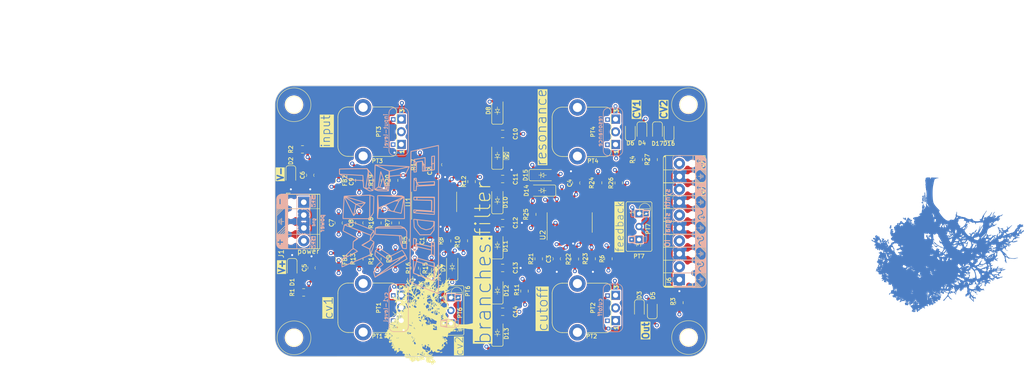
<source format=kicad_pcb>
(kicad_pcb (version 20241229) (generator "pcbnew") (generator_version "9.0")
  (layers (0 "F.Cu" signal) (4 "In1.Cu" signal) (6 "In2.Cu" signal) (2 "B.Cu" signal) (13 "F.Paste" user) (15 "B.Paste" user) (5 "F.SilkS" user "F.Silkscreen") (7 "B.SilkS" user "B.Silkscreen") (1 "F.Mask" user) (3 "B.Mask" user) (25 "Edge.Cuts" user))
  (net 0 "")
  (net 1 "+12V")
  (net 2 "GND")
  (net 3 "-12V")
  (net 4 "/AUDIO_OUT")
  (net 5 "/CV1_IN")
  (net 6 "Net-(C9-Pad1)")
  (net 7 "Net-(C9-Pad2)")
  (net 8 "Net-(D14-A)")
  (net 9 "Net-(D8-K)")
  (net 10 "Net-(D10-A)")
  (net 11 "Net-(D10-K)")
  (net 12 "Net-(D11-K)")
  (net 13 "Net-(D12-K)")
  (net 14 "Net-(D1-A)")
  (net 15 "Net-(D2-K)")
  (net 16 "Net-(D3-K)")
  (net 17 "/CV2_IN")
  (net 18 "Net-(D4-A)")
  (net 19 "/AUDIO_IN")
  (net 20 "Net-(D7-K)")
  (net 21 "Net-(D7-A)")
  (net 22 "Net-(D8-A)")
  (net 23 "Net-(D13-K)")
  (net 24 "Net-(D14-K)")
  (net 25 "Net-(J1-+12v)")
  (net 26 "Net-(J1--12v)")
  (net 27 "Net-(PT1-Pad2)")
  (net 28 "Net-(PT2-Pad2)")
  (net 29 "Net-(PT2-Pad3)")
  (net 30 "Net-(U2A--)")
  (net 31 "Net-(U2D-+)")
  (net 32 "Net-(PT4-Pad3)")
  (net 33 "Net-(PT6-Pad2)")
  (net 34 "Net-(PT7-Pad3)")
  (net 35 "Net-(U1A-+)")
  (net 36 "Net-(U1A--)")
  (net 37 "Net-(U1B--)")
  (net 38 "Net-(R10-Pad1)")
  (net 39 "Net-(U1C--)")
  (net 40 "Net-(U1D-+)")
  (net 41 "Net-(U1D--)")
  (net 42 "Net-(U2B--)")
  (net 43 "Net-(U2C-+)")
  (net 44 "Net-(U2C--)")
  (net 45 "Net-(D16-A)")
  (footprint "000_Diodes_Immo:D_MiniMELF_kawaii" (layer "F.Cu") (at 165.038 67.818 180)
    (property "Reference" "D14")
    (property "Value" "1N4148")
  )
  (footprint "000_Graphics_Immo:branches-graphic-3" (layer "F.Cu") (at 142.8242 92.1766 90)
    (property "Reference" "G***" (hide yes))
    (property "Value" "LOGO" (hide yes))
  )
  (footprint "000_Diodes_Immo:D_MiniMELF_kawaii" (layer "F.Cu") (at 156.21 95.825 90)
    (property "Reference" "D13")
    (property "Value" "1N4148")
  )
  (footprint "Resistor_SMD:R_0805_2012Metric_Pad1.20x1.40mm_HandSolder" (layer "F.Cu") (at 139.954 83.074 90)
    (property "Reference" "R16")
    (property "Value" "27k")
  )
  (footprint "000_Capacitors_Immo:C_0805_2012_HandSolder_kawaii" (layer "F.Cu") (at 144.526 62.7165 -90)
    (property "Reference" "C2")
    (property "Value" "100n")
  )
  (footprint "000_Diodes_Immo:LED_0805_2012_Kawaii" (layer "F.Cu") (at 184.15 91.177 -90)
    (property "Reference" "D5")
    (property "Value" "Audio Out")
  )
  (footprint "000_Diodes_Immo:D_MiniMELF_kawaii" (layer "F.Cu") (at 165.1 64.77)
    (property "Reference" "D15")
    (property "Value" "1N4148")
  )
  (footprint "000_ICs_Immo:SOIC-14_3.9x8.7mm_P1.27mm" (layer "F.Cu") (at 170.434 74.103 90)
    (property "Reference" "U2")
    (property "Value" "TL074")
  )
  (footprint "Resistor_SMD:R_0805_2012Metric_Pad1.20x1.40mm_HandSolder" (layer "F.Cu") (at 171.45 81.296 -90)
    (property "Reference" "R22")
    (property "Value" "33k")
  )
  (footprint "000-screw-terminals-immo:synth-signal-MPT-1x10_P2.54mm_Horizontal_1" (layer "F.Cu") (at 192.024 85.344 90)
    (property "Reference" "J6")
    (property "Value" "synth-signal-header-10way" (hide yes))
  )
  (footprint "000_Capacitors_Immo:C_0805_2012_HandSolder_kawaii" (layer "F.Cu") (at 171.704 66.3155 -90)
    (property "Reference" "C4")
    (property "Value" "100n")
  )
  (footprint "000_Capacitors_Immo:C_0805_2012_HandSolder_kawaii" (layer "F.Cu") (at 167.894 81.2585 -90)
    (property "Reference" "C3")
    (property "Value" "100n")
  )
  (footprint "Resistor_SMD:R_0805_2012Metric_Pad1.20x1.40mm_HandSolder" (layer "F.Cu") (at 136.144 74.184 90)
    (property "Reference" "R7")
    (property "Value" "33k")
  )
  (footprint "000_Capacitors_Immo:C_0805_2012_HandSolder_kawaii" (layer "F.Cu") (at 143.002 77.7025 -90)
    (property "Reference" "C1")
    (property "Value" "100n")
  )
  (footprint "000_Resistors_Immo:Potentiometer_Alpha-reversable" (layer "F.Cu") (at 137.294 90.906 90)
    (property "Reference" "PT1")
    (property "Value" "100k")
  )
  (footprint "Capacitor_SMD:C_0805_2012Metric_Pad1.18x1.45mm_HandSolder" (layer "F.Cu") (at 157.2475 83.058 180)
    (property "Reference" "C13")
    (property "Value" "1n")
  )
  (footprint "Resistor_SMD:R_0805_2012Metric_Pad1.20x1.40mm_HandSolder" (layer "F.Cu") (at 178.054 81.248 -90)
    (property "Reference" "R6")
    (property "Value" "27k")
  )
  (footprint "000_Diodes_Immo:D_MiniMELF_kawaii" (layer "F.Cu") (at 156.21 52.07 90)
    (property "Reference" "D8")
    (property "Value" "1N4148")
  )
  (footprint "Resistor_SMD:R_0805_2012Metric_Pad1.20x1.40mm_HandSolder" (layer "F.Cu") (at 180.086 66.31 -90)
    (property "Reference" "R26")
    (property "Value" "1k")
  )
  (footprint "Resistor_SMD:R_0805_2012Metric_Pad1.20x1.40mm_HandSolder" (layer "F.Cu") (at 136.144 81.296 -90)
    (property "Reference" "R9")
    (property "Value" "33k")
  )
  (footprint "Resistor_SMD:R_0805_2012Metric_Pad1.20x1.40mm_HandSolder" (layer "F.Cu") (at 132.588 65.802 90)
    (property "Reference" "R19")
    (property "Value" "33k")
  )
  (footprint "Resistor_SMD:R_0805_2012Metric_Pad1.20x1.40mm_HandSolder" (layer "F.Cu") (at 174.752 81.248 90)
    (property "Reference" "R23")
    (property "Value" "100k")
  )
  (footprint "000_Diodes_Immo:LED_0805_2012_Kawaii" (layer "F.Cu") (at 182.372 56.143 90)
    (property "Reference" "D6")
    (property "Value" "cv1")
  )
  (footprint "000_Diodes_Immo:LED_0805_2012_Kawaii" (layer "F.Cu") (at 115.57 64.779 -90)
    (property "Reference" "D2")
    (property "Value" "V-")
  )
  (footprint "000_Capacitors_Immo:C_0805_2012_HandSolder_kawaii" (layer "F.Cu") (at 124.968 74.1895 90)
    (property "Reference" "C7")
    (property "Value" "100n")
  )
  (footprint "000_Capacitors_Immo:C_0805_2012_HandSolder_kawaii" (layer "F.Cu") (at 129.032 74.1895 -90)
    (property "Reference" "C8")
    (property "Value" "100p")
  )
  (footprint "Capacitor_SMD:C_0805_2012Metric_Pad1.18x1.45mm_HandSolder" (layer "F.Cu") (at 157.2475 91.694 180)
    (property "Reference" "C14")
    (property "Value" "1n")
  )
  (footprint "Resistor_SMD:R_0805_2012Metric_Pad1.20x1.40mm_HandSolder" (layer "F.Cu") (at 149.606 77.708 -90)
    (property "Reference" "R10")
    (property "Value" "2k")
  )
  (footprint "000_Modules_Immo:credit-card-screws" (layer "F.Cu") (at 155.305611 71.066641)
    (property "Reference" "M1" (hide yes))
    (property "Value" "imogen-wren-card" (hide yes))
    (fp_line (start -42.84061 25.713416) (end -42.84061 -20.166584) (stroke (width 0.12)) (layer "Edge.Cuts"))
    (fp_line (start -39.120621 29.433416) (end 38.54939 29.429442) (stroke (width 0.12)) (layer "Edge.Cuts"))
    (fp_line (start -39.11061 -23.891582) (end 38.53939 -23.891582) (stroke (width 0.12)) (layer "Edge.Cuts"))
    (fp_line (start 42.254388 25.734456) (end 42.254388 -20.155544) (stroke (width 0.12)) (layer "Edge.Cuts"))
    (fp_arc (start -42.840611 -20.166584) (mid -41.747815 -22.802324) (end -39.11061 -23.891582) (stroke (width 0.12)) (layer "Edge.Cuts"))
    (fp_arc (start -39.120621 29.433416) (mid -41.748131 28.340929) (end -42.84061 25.713416) (stroke (width 0.12)) (layer "Edge.Cuts"))
    (fp_arc (start 38.53939 -23.891641) (mid 41.173761 -22.796079) (end 42.254387 -20.155544) (stroke (width 0.12)) (layer "Edge.Cuts"))
    (fp_arc (start 42.25439 25.734456) (mid 41.168613 28.350751) (end 38.54939 29.429442) (stroke (width 0.12)) (layer "Edge.Cuts"))
  )
  (footprint "000_Diodes_Immo:D_MiniMELF_kawaii" (layer "F.Cu") (at 156.21 69.725 90)
    (property "Reference" "D10")
    (property "Value" "1N4148")
  )
  (footprint "Resistor_SMD:R_0805_2012Metric_Pad1.20x1.40mm_HandSolder" (layer "F.Cu") (at 161.544 87.614 90)
    (property "Reference" "R11")
    (property "Value" "100k")
  )
  (footprint "Resistor_SMD:R_0805_2012Metric_Pad1.20x1.40mm_HandSolder" (layer "F.Cu") (at 192.024 89.9 -90)
    (property "Reference" "R3")
    (property "Value" "1k")
  )
  (footprint "Resistor_SMD:R_0805_2012Metric_Pad1.20x1.40mm_HandSolder" (layer "F.Cu") (at 118.094 87.884)
    (property "Reference" "R1")
    (property "Value" "1k")
  )
  (footprint "000_Diodes_Immo:D_MiniMELF_kawaii" (layer "F.Cu") (at 156.21 87.505 90)
    (property "Reference" "D12")
    (property "Value" "1N4148")
  )
  (footprint "Resistor_SMD:R_0805_2012Metric_Pad1.20x1.40mm_HandSolder" (layer "F.Cu") (at 129.032 81.296 90)
    (property "Reference" "R13")
    (property "Value" "68k")
  )
  (footprint "000_Diodes_Immo:D_MiniMELF_kawaii" (layer "F.Cu") (at 147.32 82.871 90)
    (property "Reference" "D7")
    (property "Value" "1N4148")
  )
  (footprint "000_Diodes_Immo:LED_0805_2012_Kawaii" (layer "F.Cu") (at 184.658 56.143 -90)
    (property "Reference" "D4")
    (property "Value" "cv1")
  )
  (footprint "000_Capacitors_Immo:C_0805_2012_HandSolder_kawaii" (layer "F.Cu") (at 119.634 83.0365 90)
    (property "Reference" "C5")
    (property "Value" "100n")
  )
  (footprint "Resistor_SMD:R_0805_2012Metric_Pad1.20x1.40mm_HandSolder" (layer "F.Cu") (at 151.13 66.056 -90)
    (property "Reference" "R12")
    (property "Value" "14k")
  )
  (footprint "000_Resistors_Immo:Potentiometer_Alpha-reversable" (layer "F.Cu") (at 137.294 56.209 90)
    (property "Reference" "PT3")
    (property "Value" "100k")
  )
  (footprint "000-screw-terminals-immo:synth-power-termbox-MPT-0,5-4-2.54_1x04_P2.54mm" (layer "F.Cu") (at 118.11 70.104 -90)
    (property "Reference" "J1")
    (property "Value" "power")
  )
  (footprint "000_Diodes_Immo:LED_0805_2012_Kawaii" (layer "F.Cu") (at 187.706 56.134 -90)
    (property "Reference" "D17")
    (property "Value" "cv2")
  )
  (footprint "Resistor_SMD:R_0805_2012Metric_Pad1.20x1.40mm_HandSolder" (layer "F.Cu") (at 132.588 81.296 90)
    (property "Reference" "R14")
    (property "Value" "68k")
  )
  (footprint "000_Resistors_Immo:Potentiometer_Bourns-reversable-1" (layer "F.Cu") (at 184.0738 72.3646 90)
    (property "Reference" "PT7")
    (property "Value" "100k-trim")
  )
  (footprint "Inductor_SMD:L_0805_2012Metric_Pad1.05x1.20mm_HandSolder" (layer "F.Cu") (at 124.968 81.4 -90)
    (property "Reference" "FB1")
    (property "Value" "FerriteBead")
  )
  (footprint "Resistor_SMD:R_0805_2012Metric_Pad1.20x1.40mm_HandSolder" (layer "F.Cu") (at 186.944 61.706 90)
    (property "Reference" "R27")
    (property "Value" "1k")
  )
  (footprint "000_Diodes_Immo:LED_0805_2012_Kawaii" (layer "F.Cu") (at 186.69 91.195 90)
    (property "Reference" "D3")
    (property "Value" "Audio Out")
  )
  (footprint "Resistor_SMD:R_0805_2012Metric_Pad1.20x1.40mm_HandSolder" (layer "F.Cu") (at 184.023 61.706 90)
    (property "Reference" "R4")
    (property "Value" "1k")
  )
  (footprint "000_Resistors_Immo:Potentiometer_Alpha-reversable" (layer "F.Cu") (at 179.458 56.235 90)
    (property "Reference" "PT4")
    (property "Value" "100k")
  )
  (footprint "000_Resistors_Immo:Potentiometer_Alpha-reversable" (layer "F.Cu") (at 179.458 90.932 90)
    (property "Reference" "PT2")
    (property "Value" "100k")
  )
  (footprint "000_Diodes_Immo:LED_0805_2012_Kawaii" (layer "F.Cu") (at 189.992 56.143 90)
    (property "Reference" "D16")
    (property "Value" "cv2")
  )
  (footprint "Resistor_SMD:R_0805_2012Metric_Pad1.20x1.40mm_HandSolder" (layer "F.Cu") (at 176.022 66.278 90)
    (property "Reference" "R24")
    (property "Value" "1k")
  )
  (footprint "Capacitor_SMD:C_0805_2012Metric_Pad1.18x1.45mm_HandSolder" (layer "F.Cu") (at 157.2475 56.642 180)
    (property "Reference" "C10")
    (property "Value" "1n")
  )
  (footprint "000-low-poly-studio:mask-heavy-low-poly-studio-15x10" (layer "F.Cu") (at 147.8026 55.1942 90)
    (property "Reference" "G***" (hide yes))
    (property "Value" "LOGO" (hide yes))
  )
  (footprint "000_Diodes_Immo:D_MiniMELF_kawaii" (layer "F.Cu") (at 156.21 78.615 90)
    (property "Reference" "D11")
    (property "Value" "1N4148")
  )
  (footprint "Resistor_SMD:R_0805_2012Metric_Pad1.20x1.40mm_HandSolder" (layer "F.Cu") (at 143.256 83.074 90)
    (property "Reference" "R15")
    (property "Value" "100k")
  )
  (footprint "000_Resistors_Immo:Potentiometer_Bourns-reversable-1" (layer "F.Cu") (at 147.066 88.9 90)
    (property "Reference" "PT6")
    (property "Value" "100k-trim")
  )
  (footprint "Resistor_SMD:R_0805_2012Metric_Pad1.20x1.40mm_HandSolder" (layer "F.Cu") (at 164.338 81.264 -90)
    (property "Reference" "R21")
    (property "Value" "1k")
  )
  (footprint "Inductor_SMD:L_0805_2012Metric_Pad1.05x1.20mm_HandSolder" (layer "F.Cu") (at 124.968 65.906 -90)
    (property "Reference" "FB2")
    (property "Value" "FerriteBead")
  )
  (footprint "000_Diodes_Immo:LED_0805_2012_Kawaii" (layer "F.Cu") (at 115.824 83.067 -90)
    (property "Reference" "D1")
    (property "Value" "V+")
  )
  (footprint "Resistor_SMD:R_0805_2012Metric_Pad1.20x1.40mm_HandSolder" (layer "F.Cu") (at 117.856 59.69)
    (property "Reference" "R2")
    (property "Value" "1k")
  )
  (footprint "Package_SO:SOIC-14_3.9x8.7mm_P1.27mm" (layer "F.Cu") (at 143.764 70.039 90)
    (property "Reference" "U1")
    (property "Value" "TL074")
  )
  (footprint "Capacitor_SMD:C_0805_2012Metric_Pad1.18x1.45mm_HandSolder" (layer "F.Cu") (at 129.032 65.8075 -90)
    (property "Reference" "C9")
    (property "Value" "1u")
  )
  (footprint "Resistor_SMD:R_0805_2012Metric_Pad1.20x1.40mm_HandSolder" (layer "F.Cu") (at 163.068 72.501 90)
    (property "Reference" "R25")
    (property "Value" "100k")
  )
  (footprint "Resistor_SMD:R_0805_2012Metric_Pad1.20x1.40mm_HandSolder" (layer "F.Cu") (at 135.89 65.802 -90)
    (property "Reference" "R20")
    (property "Value" "33k")
  )
  (footprint "Resistor_SMD:R_0805_2012Metric_Pad1.20x1.40mm_HandSolder" (layer "F.Cu") (at 132.588 74.184 90)
    (property "Reference" "R18")
    (property "Value" "33k")
  )
  (footprint "Resistor_SMD:R_0805_2012Metric_Pad1.20x1.40mm_HandSolder" (layer "F.Cu") (at 139.573 77.581 90)
    (property "Reference" "R5")
    (property "Value" "100k")
  )
  (footprint "000_Diodes_Immo:D_MiniMELF_kawaii" (layer "F.Cu") (at 156.21 60.96 90)
    (property "Reference" "D9")
    (property "Value" "1N4148")
  )
  (footprint "Resistor_SMD:R_0805_2012Metric_Pad1.20x1.40mm_HandSolder" (layer "F.Cu") (at 140.97 62.754 -90)
    (property "Reference" "R17")
    (property "Value" "33k")
  )
  (footprint "Capacitor_SMD:C_0805_2012Metric_Pad1.18x1.45mm_HandSolder" (layer "F.Cu") (at 157.2475 65.532 180)
    (property "Reference" "C11")
    (property "Value" "1n")
  )
  (footprint "000_Capacitors_Immo:C_0805_2012_HandSolder_kawaii" (layer "F.Cu") (at 119.38 64.7915 90)
    (property "Reference" "C6")
    (property "Value" "100n")
  )
  (footprint "Resistor_SMD:R_0805_2012Metric_Pad1.20x1.40mm_HandSolder" (layer "F.Cu") (at 146.304 77.74 90)
    (property "Reference" "R8")
    (property "Value" "33k")
  )
  (footprint "Capacitor_SMD:C_0805_2012Metric_Pad1.18x1.45mm_HandSolder" (layer "F.Cu") (at 157.2475 74.23 180)
    (property "Reference" "C12")
    (property "Value" "1n")
  )
  (footprint "000_Graphics_Immo:ImogenWren40_cu" (layer "B.Cu") (at 162.663069 71.191906 -90)
    (property "Reference" "G***" (hide yes))
    (property "Value" "LOGO" (hide yes))
  )
  (footprint "000-low-poly-studio:heavy-low-poly-studio-30x20" (layer "B.Cu") (at 134.874 73.533 -90)
    (property "Reference" "G***" (hide yes))
    (property "Value" "LOGO" (hide yes))
  )
  (footprint "000_Graphics_Immo:branches-graphic-2" (layer "B.Cu") (at 244.856 78.486)
    (property "Reference" "G***" (hide yes))
    (property "Value" "LOGO" (hide yes))
  )
  (gr_text "filter" (at 155.1 76.885 90) (layer "F.SilkS") (effects (font (size 3 3) (thickness 0.2)) (justify left bottom)))
  (gr_text "CV2" (at 189.738 53.848 90) (layer "F.SilkS" knockout) (effects (font (size 1.3 1.3) (thickness 0.3) (bold yes)) (justify left bottom)))
  (gr_text "branches:" (at 155.184453 98.400547 90) (layer "F.SilkS" knockout) (effects (font (size 3 3) (thickness 0.2)) (justify left bottom)))
  (gr_text "CV1" (at 184.404 53.848 90) (layer "F.SilkS" knockout) (effects (font (size 1.3 1.3) (thickness 0.3) (bold yes)) (justify left bottom)))
  (gr_text "Out" (at 186.182 97.282 90) (layer "F.SilkS" knockout) (effects (font (size 1.3 1.3) (thickness 0.3) (bold yes)) (justify left bottom)))
  (segment (start 169.436749 79.248) (end 169.66326 79.021489) (width 0.5) (layer "F.Cu") (net 1))
  (segment (start 167.894 80.221) (end 167.894 79.502) (width 0.5) (layer "F.Cu") (net 1))
  (segment (start 169.66326 78.878532) (end 169.66326 79.021489) (width 0.5) (layer "F.Cu") (net 1))
  (segment (start 143.002 76.665) (end 143.002 75.438) (width 0.5) (layer "F.Cu") (net 1))
  (segment (start 143.002 77.5025) (end 143.002 76.665) (width 0.5) (layer "F.Cu") (net 1))
  (segment (start 129.032 76.454) (end 129.032 75.227) (width 0.5) (layer "F.Cu") (net 1))
  (segment (start 119.634 85.566) (end 119.094 86.106) (width 0.5) (layer "F.Cu") (net 1))
  (segment (start 143.002 75.438) (end 143.764 74.676) (width 0.5) (layer "F.Cu") (net 1))
  (segment (start 119.634 84.074) (end 119.634 85.566) (width 0.5) (layer "F.Cu") (net 1))
  (segment (start 168.148 79.248) (end 169.436749 79.248) (width 0.5) (layer "F.Cu") (net 1))
  (segment (start 170.434 77.663048) (end 170.21796 77.879088) (width 0.5) (layer "F.Cu") (net 1))
  (segment (start 170.434 76.578) (end 170.434 77.663048) (width 0.5) (layer "F.Cu") (net 1))
  (segment (start 167.894 79.502) (end 168.148 79.248) (width 0.5) (layer "F.Cu") (net 1))
  (segment (start 143.764 74.676) (end 143.764 72.514) (width 0.5) (layer "F.Cu") (net 1))
  (segment (start 170.21796 77.879088) (end 170.21796 78.323832) (width 0.5) (layer "F.Cu") (net 1))
  (segment (start 170.21796 78.323832) (end 169.66326 78.878532) (width 0.5) (layer "F.Cu") (net 1))
  (segment (start 124.968 76.454) (end 124.968 75.227) (width 0.5) (layer "F.Cu") (net 1))
  (segment (start 124.968 82.55) (end 124.968 81.534) (width 0.5) (layer "F.Cu") (net 1))
  (segment (start 124.968 84.074) (end 124.968 82.55) (width 0.5) (layer "F.Cu") (net 1))
  (segment (start 119.094 87.884) (end 119.094 86.106) (width 0.5) (layer "F.Cu") (net 1))
  (via (at 143.002 77.5025) (size 0.8) (drill 0.4) (layers "F.Cu" "B.Cu") (net 1))
  (via (at 124.968 76.454) (size 0.8) (drill 0.4) (layers "F.Cu" "B.Cu") (net 1))
  (via (at 124.968 84.074) (size 0.8) (drill 0.4) (layers "F.Cu" "B.Cu") (net 1))
  (via (at 124.968 81.534) (size 0.8) (drill 0.4) (layers "F.Cu" "B.Cu") (net 1))
  (via (at 119.094 86.106) (size 0.8) (drill 0.4) (layers "F.Cu" "B.Cu") (net 1))
  (via (at 179.324 85.598) (size 0.8) (drill 0.4) (layers "F.Cu" "B.Cu") (net 1))
  (via (at 129.032 76.454) (size 0.8) (drill 0.4) (layers "F.Cu" "B.Cu") (net 1))
  (via (at 169.66326 79.021489) (size 0.8) (drill 0.4) (layers "F.Cu" "B.Cu") (net 1))
  (segment (start 179.324 85.598) (end 179.324 86.7848) (width 0.5) (layer "B.Cu") (net 1))
  (segment (start 179.324 86.7848) (end 179.4072 86.868) (width 0.5) (layer "B.Cu") (net 1))
  (segment (start 144.526 61.679) (end 145.923 63.076) (width 0.5) (layer "F.Cu") (net 2))
  (segment (start 145.034 66.04) (end 145.923 65.151) (width 0.5) (layer "F.Cu") (net 2))
  (segment (start 139.954 84.074) (end 139.954 85.344) (width 0.5) (layer "F.Cu") (net 2))
  (segment (start 158.285 65.532) (end 159.258 65.532) (width 0.5) (layer "F.Cu") (net 2))
  (segment (start 171.704 65.278) (end 171.704 64.516) (width 0.5) (layer "F.Cu") (net 2))
  (segment (start 158.285 74.23) (end 160.974 74.23) (width 0.5) (layer "F.Cu") (net 2))
  (segment (start 115.824 82.042) (end 115.824 81.788) (width 0.5) (layer "F.Cu") (net 2))
  (segment (start 132.588 66.802) (end 133.35 66.802) (width 0.5) (layer "F.Cu") (net 2))
  (segment (start 160.974 74.23) (end 161.036 74.168) (width 0.5) (layer "F.Cu") (net 2))
  (segment (start 171.704 76.578) (end 171.704 77.665841) (width 0.5) (layer "F.Cu") (net 2))
  (segment (start 115.824 82.042) (end 115.824 80.518) (width 0.5) (layer "F.Cu") (net 2))
  (segment (start 119.634 81.999) (end 119.634 80.772) (width 0.5) (layer "F.Cu") (net 2))
  (segment (start 158.285 83.058) (end 160.782 83.058) (width 0.5) (layer "F.Cu") (net 2))
  (segment (start 135.7192 53.796) (end 134.7928 54.7224) (width 0.5) (layer "F.Cu") (net 2))
  (segment (start 119.38 65.829) (end 119.38 67.564) (width 0.5) (layer "F.Cu") (net 2))
  (segment (start 145.923 63.076) (end 145.923 65.151) (width 0.5) (layer "F.Cu") (net 2))
  (segment (start 145.034 67.564) (end 145.034 66.04) (width 0.5) (layer "F.Cu") (net 2))
  (segment (start 115.57 65.804) (end 115.57 67.564) (width 0.5) (layer "F.Cu") (net 2))
  (segment (start 174.752 82.248) (end 174.752 83.566) (width 0.5) (layer "F.Cu") (net 2))
  (segment (start 159.512 65.278) (end 159.512 64.258244) (width 0.5) (layer "F.Cu") (net 2))
  (segment (start 171.704 64.516) (end 171.196 64.008) (width 0.5) (layer "F.Cu") (net 2))
  (segment (start 134.7928 54.7224) (end 134.7928 59.649999) (width 0.5) (layer "F.Cu") (net 2))
  (segment (start 171.704 77.665841) (end 171.11796 78.251881) (width 0.5) (layer "F.Cu") (net 2))
  (segment (start 145.034 74.93) (end 145.034 72.514) (width 0.5) (layer "F.Cu") (net 2))
  (segment (start 159.512 64.258244) (end 158.999052 63.745296) (width 0.5) (layer "F.Cu") (net 2))
  (segment (start 133.35 66.802) (end 133.858 67.31) (width 0.5) (layer "F.Cu") (net 2))
  (segment (start 167.894 82.296) (end 167.894 83.82) (width 0.5) (layer "F.Cu") (net 2))
  (segment (start 171.196 64.008) (end 170.688 64.008) (width 0.5) (layer "F.Cu") (net 2))
  (segment (start 159.258 65.532) (end 159.512 65.278) (width 0.5) (layer "F.Cu") (net 2))
  (segment (start 174.752 83.566) (end 175.006 83.82) (width 0.5) (layer "F.Cu") (net 2))
  (segment (start 135.467801 60.325) (end 135.9662 60.325) (width 0.5) (layer "F.Cu") (net 2))
  (segment (start 192.024 88.9) (end 192.024 87.63) (width 0.5) (layer "F.Cu") (net 2))
  (segment (start 134.7928 59.649999) (end 135.467801 60.325) (width 0.5) (layer "F.Cu") (net 2))
  (via (at 192.024 87.63) (size 0.8) (drill 0.4) (layers "F.Cu" "B.Cu") (net 2))
  (via (at 175.006 83.82) (size 0.8) (drill 0.4) (layers "F.Cu" "B.Cu") (net 2))
  (via (at 171.11796 78.251881) (size 0.8) (drill 0.4) (layers "F.Cu" "B.Cu") (net 2))
  (via (at 160.782 83.058) (size 0.8) (drill 0.4) (layers "F.Cu" "B.Cu") (net 2))
  (via (at 133.858 67.31) (size 0.8) (drill 0.4) (layers "F.Cu" "B.Cu") (net 2))
  (via (at 161.036 74.168) (size 0.8) (drill 0.4) (layers "F.Cu" "B.Cu") (net 2))
  (via (at 145.034 74.93) (size 0.8) (drill 0.4) (layers "F.Cu" "B.Cu") (net 2))
  (via (at 158.999052 63.745296) (size 0.8) (drill 0.4) (layers "F.Cu" "B.Cu") (net 2))
  (via (at 115.57 67.564) (size 0.8) (drill 0.4) (layers "F.Cu" "B.Cu") (net 2))
  (via (at 119.38 67.564) (size 0.8) (drill 0.4) (layers "F.Cu" "B.Cu") (net 2))
  (via (at 135.9662 60.325) (size 0.8) (drill 0.4) (layers "F.Cu" "B.Cu") (net 2))
  (via (at 170.688 64.008) (size 0.8) (drill 0.4) (layers "F.Cu" "B.Cu") (net 2))
  (via (at 115.824 80.518) (size 0.8) (drill 0.4) (layers "F.Cu" "B.Cu") (net 2))
  (via (at 137.751897 95.293103) (size 0.8) (drill 0.4) (layers "F.Cu" "B.Cu") (net 2))
  (via (at 139.954 85.344) (size 0.8) (drill 0.4) (layers "F.Cu" "B.Cu") (net 2))
  (via (at 145.045 88.9) (size 0.8) (drill 0.4) (layers "F.Cu" "B.Cu") (net 2))
  (via (at 145.923 65.151) (size 0.8) (drill 0.4) (layers "F.Cu" "B.Cu") (net 2))
  (via (at 167.894 83.82) (size 0.8) (drill 0.4) (layers "F.Cu" "B.Cu") (net 2))
  (via (at 119.634 80.772) (size 0.8) (drill 0.4) (layers "F.Cu" "B.Cu") (net 2))
  (segment (start 145.895 88.9254) (end 145.895 88.9) (width 0.5) (layer "B.Cu") (net 2))
  (segment (start 145.895 88.9) (end 145.045 88.9) (width 0.5) (layer "B.Cu") (net 2))
  (segment (start 137.3956 95.482806) (end 137.415397 95.502603) (width 0.5) (layer "B.Cu") (net 2))
  (segment (start 137.369 60.325) (end 137.3956 60.2984) (width 0.5) (layer "B.Cu") (net 2))
  (segment (start 135.9662 60.325) (end 137.369 60.325) (width 0.5) (layer "B.Cu") (net 2))
  (segment (start 137.542397 95.502603) (end 137.751897 95.293103) (width 0.5) (layer "B.Cu") (net 2))
  (segment (start 137.415397 95.502603) (end 137.542397 95.502603) (width 0.5) (layer "B.Cu") (net 2))
  (segment (start 137.3956 94.9954) (end 137.3956 95.482806) (width 0.5) (layer "B.Cu") (net 2))
  (segment (start 171.704 68.58) (end 171.704 67.353) (width 0.5) (layer "F.Cu") (net 3))
  (segment (start 178.054 78.994) (end 177.673 78.613) (width 0.5) (layer "F.Cu") (net 3))
  (segment (start 143.764 65.786) (end 144.526 65.024) (width 0.5) (layer "F.Cu") (net 3))
  (segment (start 143.764 67.564) (end 143.764 65.786) (width 0.5) (layer "F.Cu") (net 3))
  (segment (start 129.032 71.882) (end 129.032 73.152) (width 0.5) (layer "F.Cu") (net 3))
  (segment (start 118.872 59.706) (end 118.856 59.69) (width 0.5) (layer "F.Cu") (net 3))
  (segment (start 171.704 68.58) (end 170.434 69.85) (width 0.5) (layer "F.Cu") (net 3))
  (segment (start 178.054 80.248) (end 178.054 78.994) (width 0.5) (layer "F.Cu") (net 3))
  (segment (start 144.526 65.024) (end 144.526 63.754) (width 0.5) (layer "F.Cu") (net 3))
  (segment (start 124.968 71.882) (end 124.968 73.152) (width 0.5) (layer "F.Cu") (net 3))
  (segment (start 119.38 61.722) (end 118.872 61.214) (width 0.5) (layer "F.Cu") (net 3))
  (segment (start 170.434 69.85) (end 170.434 71.628) (width 0.5) (layer "F.Cu") (net 3))
  (segment (start 124.968 65.786) (end 124.968 64.756) (width 0.5) (layer "F.Cu") (net 3))
  (segment (start 143.256 84.074) (end 143.256 85.1662) (width 0.5) (layer "F.Cu") (net 3))
  (segment (start 119.38 63.754) (end 119.38 61.722) (width 0.5) (layer "F.Cu") (net 3))
  (segment (start 118.872 61.214) (end 118.872 59.706) (width 0.5) (layer "F.Cu") (net 3))
  (via (at 118.872 61.214) (size 0.8) (drill 0.4) (layers "F.Cu" "B.Cu") (net 3))
  (via (at 124.968 65.786) (size 0.8) (drill 0.4) (layers "F.Cu" "B.Cu") (net 3))
  (via (at 143.256 85.1662) (size 0.8) (drill 0.4) (layers "F.Cu" "B.Cu") (net 3))
  (via (at 171.704 68.58) (size 0.8) (drill 0.4) (layers "F.Cu" "B.Cu") (net 3))
  (via (at 177.673 78.613) (size 0.8) (drill 0.4) (layers "F.Cu" "B.Cu") (net 3))
  (via (at 124.968 71.882) (size 0.8) (drill 0.4) (layers "F.Cu" "B.Cu") (net 3))
  (via (at 144.526 65.024) (size 0.8) (drill 0.4) (layers "F.Cu" "B.Cu") (net 3))
  (via (at 129.032 71.882) (size 0.8) (drill 0.4) (layers "F.Cu" "B.Cu") (net 3))
  (segment (start 184.15 90.152) (end 186.672 90.152) (width 0.5) (layer "F.Cu") (net 4))
  (segment (start 186.69 90.17) (end 186.672 90.152) (width 0.5) (layer "F.Cu") (net 4))
  (segment (start 186.672 89.898) (end 185.547 88.773) (width 0.5) (layer "F.Cu") (net 4))
  (segment (start 186.69 90.17) (end 186.69 89.916) (width 0.5) (layer "F.Cu") (net 4))
  (segment (start 186.69 89.916) (end 185.547 88.773) (width 0.5) (layer "F.Cu") (net 4))
  (segment (start 176.022 65.278) (end 176.022 64.008) (width 0.5) (layer "F.Cu") (net 4))
  (segment (start 186.672 90.152) (end 186.672 89.898) (width 0.5) (layer "F.Cu") (net 4))
  (via (at 176.022 64.008) (size 0.8) (drill 0.4) (layers "F.Cu" "B.Cu") (net 4))
  (via (at 185.547 88.773) (size 0.8) (drill 0.4) (layers "F.Cu" "B.Cu") (net 4))
  (segment (start 182.372 55.118) (end 184.658 55.118) (width 0.5) (layer "F.Cu") (net 5))
  (segment (start 184.658 55.118) (end 184.658 54.356) (width 0.5) (layer "F.Cu") (net 5))
  (segment (start 185.42 53.594) (end 185.3565 53.6575) (width 0.5) (layer "F.Cu") (net 5))
  (segment (start 184.658 54.356) (end 185.3565 53.6575) (width 0.5) (layer "F.Cu") (net 5))
  (via (at 185.3565 53.6575) (size 0.8) (drill 0.4) (layers "F.Cu" "B.Cu") (net 5))
  (via (at 135.89 86.741) (size 0.8) (drill 0.4) (layers "F.Cu" "B.Cu") (net 5))
  (segment (start 137.2432 86.842) (end 135.991 86.842) (width 0.5) (layer "B.Cu") (net 5))
  (segment (start 135.991 86.842) (end 135.89 86.741) (width 0.5) (layer "B.Cu") (net 5))
  (segment (start 129.159 64.643) (end 129.032 64.77) (width 0.5) (layer "F.Cu") (net 6))
  (segment (start 129.159 64.008) (end 129.159 64.643) (width 0.5) (layer "F.Cu") (net 6))
  (segment (start 127.635 62.484) (end 129.159 64.008) (width 0.5) (layer "F.Cu") (net 6))
  (via (at 127.635 62.484) (size 0.8) (drill 0.4) (layers "F.Cu" "B.Cu") (net 6))
  (segment (start 129.032 66.845) (end 129.032 68.199) (width 0.5) (layer "F.Cu") (net 7))
  (segment (start 139.7 78.898134) (end 139.900866 79.099) (width 0.5) (layer "F.Cu") (net 7))
  (segment (start 139.573 78.581) (end 139.7 78.708) (width 0.5) (layer "F.Cu") (net 7))
  (segment (start 139.7 78.708) (end 139.7 78.898134) (width 0.5) (layer "F.Cu") (net 7))
  (via (at 129.032 68.199) (size 0.8) (drill 0.4) (layers "F.Cu" "B.Cu") (net 7))
  (via (at 139.900866 79.099) (size 0.8) (drill 0.4) (layers "F.Cu" "B.Cu") (net 7))
  (segment (start 163.26 67.751) (end 163.193 67.818) (width 0.5) (layer "F.Cu") (net 8))
  (segment (start 163.26 64.77) (end 163.26 67.751) (width 0.5) (layer "F.Cu") (net 8))
  (segment (start 163.193 69.848) (end 163.195 69.85) (width 0.5) (layer "F.Cu") (net 8))
  (segment (start 163.193 67.818) (end 163.193 69.848002) (width 0.5) (layer "F.Cu") (net 8))
  (segment (start 166.624 70.358) (end 166.624 71.628) (width 0.5) (layer "F.Cu") (net 8))
  (segment (start 166.116 69.85) (end 165.862 69.596) (width 0.5) (layer "F.Cu") (net 8))
  (segment (start 165.862 69.596) (end 165.608 69.596) (width 0.5) (layer "F.Cu") (net 8))
  (segment (start 163.193 67.818) (end 163.193 69.848) (width 0.5) (layer "F.Cu") (net 8))
  (segment (start 163.26 64.77) (end 163.26 62.93) (width 0.5) (layer "F.Cu") (net 8))
  (segment (start 166.116 69.85) (end 166.624 70.358) (width 0.5) (layer "F.Cu") (net 8))
  (segment (start 163.068 69.973002) (end 163.193 69.848002) (width 0.5) (layer "F.Cu") (net 8))
  (segment (start 163.068 71.406) (end 163.068 69.973002) (width 0.5) (layer "F.Cu") (net 8))
  (segment (start 163.26 62.93) (end 163.068 62.738) (width 0.5) (layer "F.Cu") (net 8))
  (segment (start 158.285 91.694) (end 160.528 91.694) (width 0.5) (layer "F.Cu") (net 8))
  (segment (start 159.512 56.642) (end 158.285 56.642) (width 0.5) (layer "F.Cu") (net 8))
  (segment (start 158.285 56.642) (end 161.29 56.642) (width 0.5) (layer "F.Cu") (net 8))
  (via (at 161.29 56.642) (size 0.8) (drill 0.4) (layers "F.Cu" "B.Cu") (net 8))
  (via (at 163.068 62.738) (size 0.8) (drill 0.4) (layers "F.Cu" "B.Cu") (net 8))
  (via (at 160.528 91.694) (size 0.8) (drill 0.4) (layers "F.Cu" "B.Cu") (net 8))
  (via (at 165.608 69.596) (size 0.8) (drill 0.4) (layers "F.Cu" "B.Cu") (net 8))
  (via (at 163.193 69.848002) (size 0.8) (drill 0.4) (layers "F.Cu" "B.Cu") (net 8))
  (segment (start 156.21 59.115) (end 156.21 53.91) (width 0.5) (layer "F.Cu") (net 9))
  (segment (start 156.21 67.88) (end 156.21 62.8) (width 0.5) (layer "F.Cu") (net 10))
  (segment (start 168.851141 78.394185) (end 167.863395 78.394185) (width 0.5) (layer "F.Cu") (net 11))
  (segment (start 156.21 75.438) (end 156.21 71.565) (width 0.5) (layer "F.Cu") (net 11))
  (segment (start 169.164 78.081326) (end 168.851141 78.394185) (width 0.5) (layer "F.Cu") (net 11))
  (segment (start 156.21 76.77) (end 156.21 75.438) (width 0.5) (layer "F.Cu") (net 11))
  (segment (start 169.164 76.578) (end 169.164 78.081326) (width 0.5) (layer "F.Cu") (net 11))
  (via (at 156.21 75.438) (size 0.8) (drill 0.4) (layers "F.Cu" "B.Cu") (net 11))
  (via (at 167.863395 78.394185) (size 0.8) (drill 0.4) (layers "F.Cu" "B.Cu") (net 11))
  (segment (start 156.21 85.66) (end 156.21 80.455) (width 0.5) (layer "F.Cu") (net 12))
  (segment (start 156.21 93.98) (end 156.21 89.345) (width 0.5) (layer "F.Cu") (net 13))
  (segment (start 115.824 87.376) (end 116.332 87.884) (width 0.5) (layer "F.Cu") (net 14))
  (segment (start 115.824 84.092) (end 115.824 87.376) (width 0.5) (layer "F.Cu") (net 14))
  (segment (start 116.332 87.884) (end 117.094 87.884) (width 0.5) (layer "F.Cu") (net 14))
  (segment (start 115.57 63.754) (end 115.57 59.944) (width 0.5) (layer "F.Cu") (net 15))
  (segment (start 115.57 59.944) (end 115.824 59.69) (width 0.5) (layer "F.Cu") (net 15))
  (segment (start 115.824 59.69) (end 116.856 59.69) (width 0.5) (layer "F.Cu") (net 15))
  (segment (start 184.15 92.202) (end 186.672 92.202) (width 0.5) (layer "F.Cu") (net 16))
  (segment (start 186.69 92.964) (end 186.944 93.218) (width 0.5) (layer "F.Cu") (net 16))
  (segment (start 186.944 93.218) (end 186.944 93.726) (width 0.5) (layer "F.Cu") (net 16))
  (segment (start 186.672 92.202) (end 186.69 92.22) (width 0.5) (layer "F.Cu") (net 16))
  (segment (start 186.944 93.726) (end 187.579 94.361) (width 0.5) (layer "F.Cu") (net 16))
  (segment (start 192.024 90.9) (end 192.024 92.202) (width 0.5) (layer "F.Cu") (net 16))
  (segment (start 186.69 92.22) (end 186.69 92.964) (width 0.5) (layer "F.Cu") (net 16))
  (via (at 192.024 92.202) (size 0.8) (drill 0.4) (layers "F.Cu" "B.Cu") (net 16))
  (via (at 187.579 94.361) (size 0.8) (drill 0.4) (layers "F.Cu" "B.Cu") (net 16))
  (segment (start 190.446 57.168) (end 189.992 57.168) (width 0.5) (layer "F.Cu") (net 17))
  (segment (start 192.024 67.564) (end 190.473 66.013) (width 0.5) (layer "F.Cu") (net 17))
  (segment (start 189.992 57.168) (end 187.715 57.168) (width 0.5) (layer "F.Cu") (net 17))
  (segment (start 190.473 57.195) (end 190.446 57.168) (width 0.5) (layer "F.Cu") (net 17))
  (segment (start 190.473 66.013) (end 190.473 57.195) (width 0.5) (layer "F.Cu") (net 17))
  (segment (start 187.715 57.168) (end 187.706 57.159) (width 0.5) (layer "F.Cu") (net 17))
  (segment (start 148.4884 88.9) (end 148.4884 93.9546) (width 0.5) (layer "B.Cu") (net 17))
  (segment (start 182.372 57.168) (end 184.658 57.168) (width 0.5) (layer "F.Cu") (net 18))
  (segment (start 184.023 57.803) (end 184.658 57.168) (width 0.5) (layer "F.Cu") (net 18))
  (segment (start 184.023 60.706) (end 184.023 57.803) (width 0.5) (layer "F.Cu") (net 18))
  (via (at 137.414 50.546) (size 0.8) (drill 0.4) (layers "F.Cu" "B.Cu") (net 19))
  (segment (start 137.414 51.9742) (end 137.2432 52.145) (width 0.5) (layer "B.Cu") (net 19))
  (segment (start 137.414 50.546) (end 137.414 51.9742) (width 0.5) (layer "B.Cu") (net 19))
  (segment (start 146.304 79.629) (end 145.669 80.264) (width 0.5) (layer "F.Cu") (net 20))
  (segment (start 147.32 84.711) (end 147.32 85.852) (width 0.5) (layer "F.Cu") (net 20))
  (segment (start 146.304 78.74) (end 146.304 79.629) (width 0.5) (layer "F.Cu") (net 20))
  (segment (start 140.97 61.754) (end 140.97 60.325) (width 0.5) (layer "F.Cu") (net 20))
  (segment (start 143.256 82.074) (end 143.256 81.026) (width 0.5) (layer "F.Cu") (net 20))
  (segment (start 139.954 81.026) (end 139.954 82.074) (width 0.5) (layer "F.Cu") (net 20))
  (via (at 143.256 81.026) (size 0.8) (drill 0.4) (layers "F.Cu" "B.Cu") (net 20))
  (via (at 139.954 81.026) (size 0.8) (drill 0.4) (layers "F.Cu" "B.Cu") (net 20))
  (via (at 140.97 60.325) (size 0.8) (drill 0.4) (layers "F.Cu" "B.Cu") (net 20))
  (via (at 145.669 80.264) (size 0.8) (drill 0.4) (layers "F.Cu" "B.Cu") (net 20))
  (via (at 147.32 85.852) (size 0.8) (drill 0.4) (layers "F.Cu" "B.Cu") (net 20))
  (segment (start 148.774914 66.230927) (end 148.774914 66.465959) (width 0.5) (layer "F.Cu") (net 21))
  (segment (start 149.092841 65.913) (end 148.774914 66.230927) (width 0.5) (layer "F.Cu") (net 21))
  (segment (start 147.574 67.564) (end 148.672041 66.465959) (width 0.5) (layer "F.Cu") (net 21))
  (segment (start 148.672041 66.465959) (end 148.774914 66.465959) (width 0.5) (layer "F.Cu") (net 21))
  (segment (start 151.13 67.056) (end 150.876 67.056) (width 0.5) (layer "F.Cu") (net 21))
  (segment (start 147.32 80.137) (end 147.828 79.629) (width 0.5) (layer "F.Cu") (net 21))
  (segment (start 149.733 65.913) (end 149.092841 65.913) (width 0.5) (layer "F.Cu") (net 21))
  (segment (start 147.32 81.026) (end 147.32 80.137) (width 0.5) (layer "F.Cu") (net 21))
  (segment (start 150.876 67.056) (end 149.733 65.913) (width 0.5) (layer "F.Cu") (net 21))
  (via (at 148.774914 66.465959) (size 0.8) (drill 0.4) (layers "F.Cu" "B.Cu") (net 21))
  (via (at 147.828 79.629) (size 0.8) (drill 0.4) (layers "F.Cu" "B.Cu") (net 21))
  (segment (start 154.753 50.225) (end 154.686 50.292) (width 0.5) (layer "F.Cu") (net 22))
  (segment (start 149.606 78.708) (end 149.479 78.835) (width 0.5) (layer "F.Cu") (net 22))
  (segment (start 156.21 50.225) (end 154.753 50.225) (width 0.5) (layer "F.Cu") (net 22))
  (segment (start 149.479 78.835) (end 149.479 80.061103) (width 0.5) (layer "F.Cu") (net 22))
  (segment (start 136.144 82.296) (end 136.144001 83.388199) (width 0.5) (layer "F.Cu") (net 22))
  (segment (start 149.479 80.061103) (end 149.543897 80.126) (width 0.5) (layer "F.Cu") (net 22))
  (via (at 136.144001 83.388199) (size 0.8) (drill 0.4) (layers "F.Cu" "B.Cu") (net 22))
  (via (at 154.686 50.292) (size 0.8) (drill 0.4) (layers "F.Cu" "B.Cu") (net 22))
  (via (at 149.543897 80.126) (size 0.8) (drill 0.4) (layers "F.Cu" "B.Cu") (net 22))
  (segment (start 139.954 66.548) (end 139.446 66.04) (width 0.5) (layer "F.Cu") (net 23))
  (segment (start 139.446 66.04) (end 137.668 66.04) (width 0.5) (layer "F.Cu") (net 23))
  (segment (start 155.575 98.933) (end 156.083 98.425) (width 0.5) (layer "F.Cu") (net 23))
  (segment (start 136.906 66.802) (end 135.89 66.802) (width 0.5) (layer "F.Cu") (net 23))
  (segment (start 154.051 98.552) (end 154.432 98.933) (width 0.5) (layer "F.Cu") (net 23))
  (segment (start 137.668 66.04) (end 136.906 66.802) (width 0.5) (layer "F.Cu") (net 23))
  (segment (start 156.083 97.792) (end 156.21 97.665) (width 0.5) (layer "F.Cu") (net 23))
  (segment (start 139.954 67.564) (end 139.954 66.548) (width 0.5) (layer "F.Cu") (net 23))
  (segment (start 135.89 66.802) (end 135.89 68.199) (width 0.5) (layer "F.Cu") (net 23))
  (segment (start 154.432 98.933) (end 155.575 98.933) (width 0.5) (layer "F.Cu") (net 23))
  (segment (start 156.083 98.425) (end 156.083 97.792) (width 0.5) (layer "F.Cu") (net 23))
  (via (at 135.89 68.199) (size 0.8) (drill 0.4) (layers "F.Cu" "B.Cu") (net 23))
  (via (at 154.051 98.552) (size 0.8) (drill 0.4) (layers "F.Cu" "B.Cu") (net 23))
  (segment (start 163.068 74.93) (end 162.814 75.184) (width 0.5) (layer "F.Cu") (net 24))
  (segment (start 166.878 67.818) (end 166.878 68.453) (width 0.5) (layer "F.Cu") (net 24))
  (segment (start 166.945 64.77) (end 166.945 67.751) (width 0.5) (layer "F.Cu") (net 24))
  (segment (start 166.878 68.453) (end 167.894 69.469) (width 0.5) (layer "F.Cu") (net 24))
  (segment (start 163.068 73.406) (end 163.068 74.93) (width 0.5) (layer "F.Cu") (net 24))
  (segment (start 167.894 69.469) (end 167.894 71.628) (width 0.5) (layer "F.Cu") (net 24))
  (segment (start 167.894 72.644) (end 167.894 71.628) (width 0.5) (layer "F.Cu") (net 24))
  (segment (start 180.086 64.516) (end 179.324 63.754) (width 0.5) (layer "F.Cu") (net 24))
  (segment (start 166.945 64.77) (end 168.402 64.77) (width 0.5) (layer "F.Cu") (net 24))
  (segment (start 180.086 65.31) (end 180.086 64.516) (width 0.5) (layer "F.Cu") (net 24))
  (segment (start 168.402 64.77) (end 168.656 64.516) (width 0.5) (layer "F.Cu") (net 24))
  (segment (start 166.945 67.751) (end 166.878 67.818) (width 0.5) (layer "F.Cu") (net 24))
  (via (at 162.814 75.184) (size 0.8) (drill 0.4) (layers "F.Cu" "B.Cu") (net 24))
  (via (at 179.324 63.754) (size 0.8) (drill 0.4) (layers "F.Cu" "B.Cu") (net 24))
  (via (at 168.656 64.516) (size 0.8) (drill 0.4) (layers "F.Cu" "B.Cu") (net 24))
  (via (at 167.894 69.469) (size 0.8) (drill 0.4) (layers "F.Cu" "B.Cu") (net 24))
  (segment (start 123.444 80.137) (end 124.855 80.137) (width 0.5) (layer "F.Cu") (net 25))
  (segment (start 124.855 80.137) (end 124.968 80.25) (width 0.5) (layer "F.Cu") (net 25))
  (via (at 123.444 80.137) (size 0.8) (drill 0.4) (layers "F.Cu" "B.Cu") (net 25))
  (segment (start 123.571 67.056) (end 124.968 67.056) (width 0.5) (layer "F.Cu") (net 26))
  (via (at 123.571 67.056) (size 0.8) (drill 0.4) (layers "F.Cu" "B.Cu") (net 26))
  (segment (start 129.032 83.312) (end 129.032 82.296) (width 0.5) (layer "F.Cu") (net 27))
  (via (at 129.032 83.312) (size 0.8) (drill 0.4) (layers "F.Cu" "B.Cu") (net 27))
  (segment (start 161.544 88.614) (end 161.544 90.17) (width 0.5) (layer "F.Cu") (net 28))
  (segment (start 161.544 90.17) (end 161.671 90.297) (width 0.5) (layer "F.Cu") (net 28))
  (via (at 161.671 90.297) (size 0.8) (drill 0.4) (layers "F.Cu" "B.Cu") (net 28))
  (segment (start 177.579801 94.996) (end 176.9568 94.372999) (width 0.5) (layer "F.Cu") (net 29))
  (segment (start 178.054 82.248) (end 178.054 83.566) (width 0.5) (layer "F.Cu") (net 29))
  (segment (start 177.8832 88.519) (end 178.054 88.3482) (width 0.5) (layer "F.Cu") (net 29))
  (segment (start 176.9568 89.4454) (end 177.8832 88.519) (width 0.5) (layer "F.Cu") (net 29))
  (segment (start 176.9568 94.372999) (end 176.9568 89.4454) (width 0.5) (layer "F.Cu") (net 29))
  (segment (start 178.054 94.996) (end 177.579801 94.996) (width 0.5) (layer "F.Cu") (net 29))
  (via (at 178.054 94.996) (size 0.8) (drill 0.4) (layers "F.Cu" "B.Cu") (net 29))
  (via (at 178.054 83.566) (size 0.8) (drill 0.4) (layers "F.Cu" "B.Cu") (net 29))
  (segment (start 179.5596 95.0214) (end 178.0794 95.0214) (width 0.5) (layer "B.Cu") (net 29))
  (segment (start 178.0794 95.0214) (end 178.054 94.996) (width 0.5) (layer "B.Cu") (net 29))
  (segment (start 166.624 77.47) (end 164.338 79.756) (width 0.5) (layer "F.Cu") (net 30))
  (segment (start 166.624 75.184) (end 167.64 74.168) (width 0.5) (layer "F.Cu") (net 30))
  (segment (start 166.624 76.578) (end 166.624 75.184) (width 0.5) (layer "F.Cu") (net 30))
  (segment (start 164.338 79.756) (end 164.338 80.264) (width 0.5) (layer "F.Cu") (net 30))
  (segment (start 166.624 76.578) (end 166.624 77.47) (width 0.5) (layer "F.Cu") (net 30))
  (segment (start 167.894 76.578) (end 167.894 74.422) (width 0.5) (layer "F.Cu") (net 30))
  (segment (start 167.894 74.422) (end 167.64 74.168) (width 0.5) (layer "F.Cu") (net 30))
  (via (at 167.64 74.168) (size 0.8) (drill 0.4) (layers "F.Cu" "B.Cu") (net 30))
  (via (at 179.451 51.181) (size 0.8) (drill 0.4) (layers "F.Cu" "B.Cu") (net 30))
  (segment (start 179.451 51.181) (end 179.451 52.1272) (width 0.5) (layer "B.Cu") (net 30))
  (segment (start 179.451 52.1272) (end 179.4072 52.171) (width 0.5) (layer "B.Cu") (net 30))
  (segment (start 169.164 69.088) (end 169.164 71.628) (width 0.5) (layer "F.Cu") (net 31))
  (segment (start 168.91 67.056) (end 168.91 68.834) (width 0.5) (layer "F.Cu") (net 31))
  (segment (start 168.91 68.834) (end 169.164 69.088) (width 0.5) (layer "F.Cu") (net 31))
  (via (at 168.91 67.056) (size 0.8) (drill 0.4) (layers "F.Cu" "B.Cu") (net 31))
  (via (at 179.578 61.468) (size 0.8) (drill 0.4) (layers "F.Cu" "B.Cu") (net 32))
  (segment (start 185.4962 73.4822) (end 185.4962 72.3646) (width 0.5) (layer "B.Cu") (net 32))
  (segment (start 185.4962 77.4192) (end 185.4962 76.327) (width 0.5) (layer "B.Cu") (net 32))
  (segment (start 179.5596 61.4496) (end 179.578 61.468) (width 0.5) (layer "B.Cu") (net 32))
  (segment (start 184.0738 74.9046) (end 185.4962 73.4822) (width 0.5) (layer "B.Cu") (net 32))
  (segment (start 179.5596 60.3244) (end 179.5596 61.4496) (width 0.5) (layer "B.Cu") (net 32))
  (segment (start 185.4962 76.327) (end 184.0738 74.9046) (width 0.5) (layer "B.Cu") (net 32))
  (segment (start 132.588 82.296) (end 132.588 83.439) (width 0.5) (layer "F.Cu") (net 33))
  (via (at 132.588 83.439) (size 0.8) (drill 0.4) (layers "F.Cu" "B.Cu") (net 33))
  (segment (start 180.086 67.31) (end 180.721 67.31) (width 0.5) (layer "F.Cu") (net 34))
  (segment (start 182.753 71.12) (end 182.626 71.247) (width 0.5) (layer "F.Cu") (net 34))
  (segment (start 180.721 67.31) (end 181.737 66.294) (width 0.5) (layer "F.Cu") (net 34))
  (via (at 182.753 71.12) (size 0.8) (drill 0.4) (layers "F.Cu" "B.Cu") (net 34))
  (via (at 181.737 66.294) (size 0.8) (drill 0.4) (layers "F.Cu" "B.Cu") (net 34))
  (segment (start 182.753 71.12) (end 182.9028 71.2698) (width 0.5) (layer "B.Cu") (net 34))
  (segment (start 182.9028 71.2698) (end 182.9028 72.39) (width 0.5) (layer "B.Cu") (net 34))
  (segment (start 140.081 75.311) (end 139.573 75.819) (width 0.5) (layer "F.Cu") (net 35))
  (segment (start 139.573 75.819) (end 139.573 76.581) (width 0.5) (layer "F.Cu") (net 35))
  (segment (start 141.351 75.311) (end 140.081 75.311) (width 0.5) (layer "F.Cu") (net 35))
  (segment (start 142.494 74.168) (end 141.351 75.311) (width 0.5) (layer "F.Cu") (net 35))
  (segment (start 142.494 72.514) (end 142.494 74.168) (width 0.5) (layer "F.Cu") (net 35))
  (segment (start 140.208 74.422) (end 136.906 74.422) (width 0.5) (layer "F.Cu") (net 36))
  (segment (start 141.224 72.514) (end 141.224 73.406) (width 0.5) (layer "F.Cu") (net 36))
  (segment (start 139.954 72.514) (end 139.954 71.12) (width 0.5) (layer "F.Cu") (net 36))
  (segment (start 136.906 74.422) (end 136.144 75.184) (width 0.5) (layer "F.Cu") (net 36))
  (segment (start 140.208 70.866) (end 141.097 70.866) (width 0.5) (layer "F.Cu") (net 36))
  (segment (start 139.954 71.12) (end 140.208 70.866) (width 0.5) (layer "F.Cu") (net 36))
  (segment (start 141.224 72.514) (end 141.224 70.993) (width 0.5) (layer "F.Cu") (net 36))
  (segment (start 132.588 75.184) (end 136.144 75.184) (width 0.5) (layer "F.Cu") (net 36))
  (segment (start 141.224 73.406) (end 140.208 74.422) (width 0.5) (layer "F.Cu") (net 36))
  (segment (start 141.224 70.993) (end 141.097 70.866) (width 0.5) (layer "F.Cu") (net 36))
  (segment (start 136.144 80.296) (end 136.144 78.994) (width 0.5) (layer "F.Cu") (net 37))
  (segment (start 136.144 73.184) (end 136.144 72.009) (width 0.5) (layer "F.Cu") (net 37))
  (segment (start 146.304 71.539001) (end 146.304 72.514) (width 0.5) (layer "F.Cu") (net 37))
  (segment (start 146.304 72.514) (end 146.304 75.438) (width 0.5) (layer "F.Cu") (net 37))
  (segment (start 136.144 72.009) (end 138.049 70.104) (width 0.5) (layer "F.Cu") (net 37))
  (segment (start 146.304 75.438) (end 146.304 76.74) (width 0.5) (layer "F.Cu") (net 37))
  (segment (start 144.868999 70.104) (end 146.304 71.539001) (width 0.5) (layer "F.Cu") (net 37))
  (segment (start 138.049 70.104) (end 144.868999 70.104) (width 0.5) (layer "F.Cu") (net 37))
  (via (at 146.304 75.438) (size 0.8) (drill 0.4) (layers "F.Cu" "B.Cu") (net 37))
  (via (at 136.144 78.994) (size 0.8) (drill 0.4) (layers "F.Cu" "B.Cu") (net 37))
  (segment (start 147.574 73.533) (end 149.606 75.565) (width 0.5) (layer "F.Cu") (net 38))
  (segment (start 149.606 75.565) (end 149.606 76.708) (width 0.5) (layer "F.Cu") (net 38))
  (segment (start 147.574 72.514) (end 147.574 73.533) (width 0.5) (layer "F.Cu") (net 38))
  (segment (start 146.304 67.564) (end 146.304 66.548) (width 0.5) (layer "F.Cu") (net 39))
  (segment (start 129.032 80.296) (end 132.588 80.296) (width 0.5) (layer "F.Cu") (net 39))
  (segment (start 150.844 64.77) (end 151.13 65.056) (width 0.5) (layer "F.Cu") (net 39))
  (segment (start 132.588 80.296) (end 132.588 79.502) (width 0.5) (layer "F.Cu") (net 39))
  (segment (start 151.13 65.056) (end 152.686 65.056) (width 0.5) (layer "F.Cu") (net 39))
  (segment (start 132.588 79.502) (end 133.096 78.994) (width 0.5) (layer "F.Cu") (net 39))
  (segment (start 148.082 64.77) (end 150.844 64.77) (width 0.5) (layer "F.Cu") (net 39))
  (segment (start 161.417 86.487) (end 161.417 85.482) (width 0.5) (layer "F.Cu") (net 39))
  (segment (start 161.544 86.614) (end 161.417 86.487) (width 0.5) (layer "F.Cu") (net 39))
  (segment (start 152.686 65.056) (end 152.781 65.151) (width 0.5) (layer "F.Cu") (net 39))
  (segment (start 146.304 66.548) (end 148.082 64.77) (width 0.5) (layer "F.Cu") (net 39))
  (segment (start 161.417 85.482) (end 161.152 85.217) (width 0.5) (layer "F.Cu") (net 39))
  (via (at 133.096 78.994) (size 0.8) (drill 0.4) (layers "F.Cu" "B.Cu") (net 39))
  (via (at 161.152 85.217) (size 0.8) (drill 0.4) (layers "F.Cu" "B.Cu") (net 39))
  (via (at 147.226959 65.565959) (size 0.8) (drill 0.4) (layers "F.Cu" "B.Cu") (net 39))
  (via (at 152.781 65.151) (size 0.8) (drill 0.4) (layers "F.Cu" "B.Cu") (net 39))
  (segment (start 132.588 64.802) (end 133.639 63.751) (width 0.5) (layer "F.Cu") (net 40))
  (segment (start 133.639 63.751) (end 140.967 63.751) (width 0.5) (layer "F.Cu") (net 40))
  (segment (start 142.494 66.167) (end 140.97 64.643) (width 0.5) (layer "F.Cu") (net 40))
  (segment (start 140.97 64.643) (end 140.97 63.754) (width 0.5) (layer "F.Cu") (net 40))
  (segment (start 142.494 67.564) (end 142.494 66.167) (width 0.5) (layer "F.Cu") (net 40))
  (segment (start 140.967 63.751) (end 140.97 63.754) (width 0.5) (layer "F.Cu") (net 40))
  (segment (start 132.588 73.184) (end 132.588 72.898) (width 0.5) (layer "F.Cu") (net 41))
  (segment (start 135.858 64.802) (end 135.89 64.802) (width 0.5) (layer "F.Cu") (net 41))
  (segment (start 137.668 64.802) (end 135.89 64.802) (width 0.5) (layer "F.Cu") (net 41))
  (segment (start 141.224 67.564) (end 141.224 66.294) (width 0.5) (layer "F.Cu") (net 41))
  (segment (start 139.732 64.802) (end 137.668 64.802) (width 0.5) (layer "F.Cu") (net 41))
  (segment (start 141.224 66.294) (end 139.732 64.802) (width 0.5) (layer "F.Cu") (net 41))
  (segment (start 132.588 72.898) (end 133.986397 71.499603) (width 0.5) (layer "F.Cu") (net 41))
  (via (at 137.668 64.802) (size 0.8) (drill 0.4) (layers "F.Cu" "B.Cu") (net 41))
  (via (at 133.986397 71.499603) (size 0.8) (drill 0.4) (layers "F.Cu" "B.Cu") (net 41))
  (segment (start 171.45 79.248) (end 172.212 78.486) (width 0.5) (layer "F.Cu") (net 42))
  (segment (start 164.338 82.264) (end 164.338 83.312) (width 0.5) (layer "F.Cu") (net 42))
  (segment (start 172.974 77.724) (end 172.212 78.486) (width 0.5) (layer "F.Cu") (net 42))
  (segment (start 171.45 80.296) (end 171.45 79.248) (width 0.5) (layer "F.Cu") (net 42))
  (segment (start 164.338 83.566) (end 164.338 82.264) (width 0.5) (layer "F.Cu") (net 42))
  (segment (start 172.974 76.578) (end 172.974 77.724) (width 0.5) (layer "F.Cu") (net 42))
  (via (at 164.338 83.566) (size 0.8) (drill 0.4) (layers "F.Cu" "B.Cu") (net 42))
  (via (at 172.212 78.486) (size 0.8) (drill 0.4) (layers "F.Cu" "B.Cu") (net 42))
  (segment (start 174.244 76.578) (end 174.244 75.311) (width 0.5) (layer "F.Cu") (net 43))
  (segment (start 174.752 78.613) (end 174.752 78.994) (width 0.5) (layer "F.Cu") (net 43))
  (segment (start 174.244 76.578) (end 174.244 78.105) (width 0.5) (layer "F.Cu") (net 43))
  (segment (start 174.244 78.105) (end 174.752 78.613) (width 0.5) (layer "F.Cu") (net 43))
  (segment (start 171.704 72.771) (end 171.704 71.628) (width 0.5) (layer "F.Cu") (net 43))
  (segment (start 174.244 75.311) (end 171.704 72.771) (width 0.5) (layer "F.Cu") (net 43))
  (segment (start 171.45 82.296) (end 171.45 83.693) (width 0.5) (layer "F.Cu") (net 43))
  (segment (start 174.752 78.994) (end 174.752 80.248) (width 0.5) (layer "F.Cu") (net 43))
  (via (at 174.752 78.994) (size 0.8) (drill 0.4) (layers "F.Cu" "B.Cu") (net 43))
  (via (at 171.45 83.693) (size 0.8) (drill 0.4) (layers "F.Cu" "B.Cu") (net 43))
  (segment (start 174.244 70.358) (end 176.022 68.58) (width 0.5) (layer "F.Cu") (net 44))
  (segment (start 172.974 72.898) (end 173.355 73.279) (width 0.5) (layer "F.Cu") (net 44))
  (segment (start 172.974 71.628) (end 172.974 72.898) (width 0.5) (layer "F.Cu") (net 44))
  (segment (start 174.244 72.898) (end 174.244 71.628) (width 0.5) (layer "F.Cu") (net 44))
  (segment (start 173.355 73.279) (end 173.863 73.279) (width 0.5) (layer "F.Cu") (net 44))
  (segment (start 176.022 68.58) (end 176.022 67.278) (width 0.5) (layer "F.Cu") (net 44))
  (segment (start 173.863 73.279) (end 174.244 72.898) (width 0.5) (layer "F.Cu") (net 44))
  (segment (start 174.244 71.628) (end 174.244 70.358) (width 0.5) (layer "F.Cu") (net 44))
  (segment (start 186.555 56.26) (end 187.706 55.109) (width 0.5) (layer "F.Cu") (net 45))
  (segment (start 187.715 55.118) (end 189.992 55.118) (width 0.5) (layer "F.Cu") (net 45))
  (segment (start 186.555 60.317) (end 186.555 56.26) (width 0.5) (layer "F.Cu") (net 45))
  (segment (start 187.706 55.109) (end 187.715 55.118) (width 0.5) (layer "F.Cu") (net 45))
  (segment (start 186.944 60.706) (end 186.555 60.317) (width 0.5) (layer "F.Cu") (net 45))
  (zone (net 2) (net_name "GND") (layer "F.Cu") (priority 1) (connect_pads thru_hole_only (clearance 0.25)) (min_thickness 1) (fill yes (thermal_gap 0.25) (thermal_bridge_width 1) (smoothing chamfer) (radius 2))
    (polygon (pts (xy 112.776 50.038) (xy 115.189 47.498) (xy 194.056 47.498) (xy 197.358 50.8) (xy 197.358 96.901) (xy 197.231 98.171) (xy 196.342 99.441) (xy 195.199 100.076) (xy 193.929 100.203) (xy 115.57 100.203) (xy 113.411 99.06) (xy 112.776 96.774)))
  )
  (zone (net 2) (net_name "GND") (layer "B.Cu") (connect_pads (clearance 0.25)) (min_thickness 1) (fill yes (thermal_gap 0.5) (thermal_bridge_width 1))
    (polygon (pts (xy 112.268 44.958) (xy 199.136 44.958) (xy 199.39 45.212) (xy 199.39 102.108) (xy 110.998 102.108) (xy 110.236 101.346) (xy 110.236 46.99)))
  )
)
</source>
